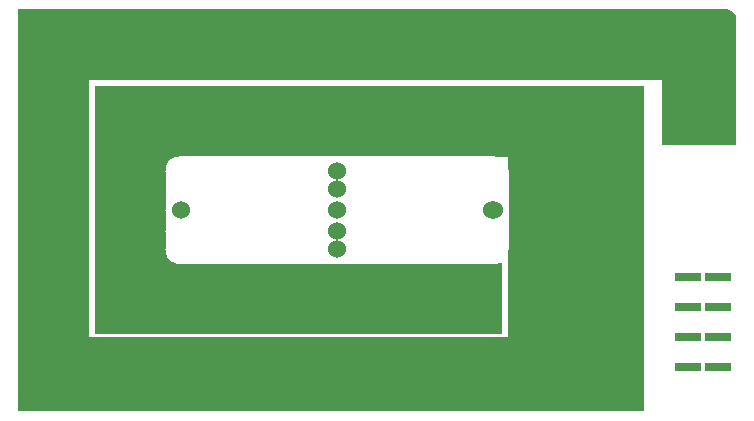
<source format=gbl>
G04*
G04 #@! TF.GenerationSoftware,Altium Limited,Altium Designer,18.1.7 (191)*
G04*
G04 Layer_Physical_Order=4*
G04 Layer_Color=16711680*
%FSLAX44Y44*%
%MOMM*%
G71*
G01*
G75*
%ADD19R,2.2900X0.7600*%
%ADD20C,1.5240*%
%ADD21C,0.5000*%
G36*
X330000Y169961D02*
X330784Y169961D01*
X332322Y169655D01*
X333771Y169055D01*
X335075Y168184D01*
X336184Y167075D01*
X337055Y165771D01*
X337655Y164322D01*
X337961Y162784D01*
X337961Y162000D01*
X337961Y55000D01*
X275000D01*
X275000Y110000D01*
X-210000Y110000D01*
X-210000Y-107700D01*
X145000Y-107700D01*
X145000Y-36194D01*
X145178Y-35763D01*
X145608Y-32500D01*
Y32500D01*
X145178Y35763D01*
X145000Y36194D01*
Y45000D01*
X136194D01*
X135763Y45178D01*
X132500Y45608D01*
X-132500D01*
X-135763Y45178D01*
X-136194Y45000D01*
X-136236D01*
X-137685Y44712D01*
X-137917Y44616D01*
X-138163Y44567D01*
X-139528Y44001D01*
X-139737Y43862D01*
X-139969Y43766D01*
X-141197Y42945D01*
X-141375Y42768D01*
X-141583Y42628D01*
X-142628Y41583D01*
X-142767Y41375D01*
X-142945Y41197D01*
X-143766Y39969D01*
X-143862Y39737D01*
X-144001Y39528D01*
X-144567Y38163D01*
X-144616Y37917D01*
X-144712Y37685D01*
X-145000Y36236D01*
Y35985D01*
X-145049Y35739D01*
Y33447D01*
X-145108Y33000D01*
X-145049Y32553D01*
Y18447D01*
X-145108Y18000D01*
X-145049Y17553D01*
Y447D01*
X-145108Y0D01*
X-145049Y-447D01*
Y-17553D01*
X-145108Y-18000D01*
X-145049Y-18447D01*
Y-32553D01*
X-145108Y-33000D01*
X-145049Y-33447D01*
X-145049Y-34612D01*
X-145000Y-34858D01*
Y-35109D01*
X-144664Y-36800D01*
X-144568Y-37032D01*
X-144519Y-37278D01*
X-143859Y-38870D01*
X-143720Y-39079D01*
X-143624Y-39311D01*
X-142666Y-40744D01*
X-142488Y-40921D01*
X-142349Y-41130D01*
X-141130Y-42349D01*
X-140921Y-42488D01*
X-140744Y-42666D01*
X-139311Y-43623D01*
X-139079Y-43720D01*
X-138960Y-43799D01*
X-138804Y-43919D01*
X-135763Y-45178D01*
X-132500Y-45608D01*
X132500D01*
X135763Y-45178D01*
X136194Y-45000D01*
X140000D01*
X140000Y-105000D01*
X-204295Y-105000D01*
X-205193Y-104101D01*
X-204947Y105000D01*
X260000Y105000D01*
X260000Y-169961D01*
X-270000Y-169961D01*
X-270000Y169961D01*
X330000Y169961D01*
D02*
G37*
D19*
X297300Y153100D02*
D03*
X322700D02*
D03*
X297300Y127700D02*
D03*
X322700D02*
D03*
X297300Y102300D02*
D03*
X322700D02*
D03*
X297300Y76900D02*
D03*
X322700D02*
D03*
Y-133100D02*
D03*
X297300D02*
D03*
X322700Y-107700D02*
D03*
X297300D02*
D03*
X322700Y-82300D02*
D03*
X297300D02*
D03*
X322700Y-56900D02*
D03*
X297300D02*
D03*
D20*
X133000Y0D02*
D03*
X0Y33000D02*
D03*
Y18000D02*
D03*
Y-18000D02*
D03*
Y-33000D02*
D03*
X131500Y-0D02*
D03*
X0Y0D02*
D03*
X-132000D02*
D03*
D21*
X120000Y115000D02*
D03*
Y125000D02*
D03*
Y135000D02*
D03*
X120000Y165000D02*
D03*
Y155000D02*
D03*
X120000Y145000D02*
D03*
X170000Y115000D02*
D03*
Y125000D02*
D03*
Y135000D02*
D03*
X170000Y165000D02*
D03*
Y155000D02*
D03*
X170000Y145000D02*
D03*
X215000Y115000D02*
D03*
Y125000D02*
D03*
Y135000D02*
D03*
X215000Y165000D02*
D03*
Y155000D02*
D03*
X215000Y145000D02*
D03*
X-120000Y-100000D02*
D03*
Y-90000D02*
D03*
Y-80000D02*
D03*
X-120000Y-50000D02*
D03*
Y-60000D02*
D03*
X-120000Y-70000D02*
D03*
X-70000Y-100000D02*
D03*
Y-90000D02*
D03*
Y-80000D02*
D03*
X-70000Y-50000D02*
D03*
Y-60000D02*
D03*
X-70000Y-70000D02*
D03*
X-25000Y-100000D02*
D03*
Y-90000D02*
D03*
Y-80000D02*
D03*
X-25000Y-50000D02*
D03*
Y-60000D02*
D03*
X-25000Y-70000D02*
D03*
X25000Y-100000D02*
D03*
Y-90000D02*
D03*
Y-80000D02*
D03*
X25000Y-50000D02*
D03*
Y-60000D02*
D03*
X25000Y-70000D02*
D03*
X70000D02*
D03*
X70000Y-60000D02*
D03*
Y-50000D02*
D03*
X70000Y-80000D02*
D03*
Y-90000D02*
D03*
Y-100000D02*
D03*
X120000Y-50000D02*
D03*
Y-60000D02*
D03*
Y-70000D02*
D03*
Y-80000D02*
D03*
Y-90000D02*
D03*
Y-100000D02*
D03*
X216000Y-115000D02*
D03*
X216000Y-125000D02*
D03*
Y-135000D02*
D03*
Y-145000D02*
D03*
Y-155000D02*
D03*
Y-165000D02*
D03*
X170000D02*
D03*
Y-155000D02*
D03*
Y-145000D02*
D03*
Y-135000D02*
D03*
Y-125000D02*
D03*
X235000Y-30000D02*
D03*
X225000D02*
D03*
X215000D02*
D03*
X205000D02*
D03*
X195000D02*
D03*
X185000D02*
D03*
X175000D02*
D03*
X165000D02*
D03*
X245000Y-165002D02*
D03*
Y-155000D02*
D03*
Y-145000D02*
D03*
Y-125000D02*
D03*
Y-115000D02*
D03*
X215000Y-15000D02*
D03*
X205000D02*
D03*
X195000Y-15000D02*
D03*
X185000D02*
D03*
X175000D02*
D03*
X165000Y-15000D02*
D03*
X160000Y-23000D02*
D03*
X170000D02*
D03*
X180000D02*
D03*
X190000D02*
D03*
X200000D02*
D03*
X210000D02*
D03*
X220000D02*
D03*
X230000D02*
D03*
X235000Y-15000D02*
D03*
X225000Y-15000D02*
D03*
X245000Y-135000D02*
D03*
X170000Y-115000D02*
D03*
M02*

</source>
